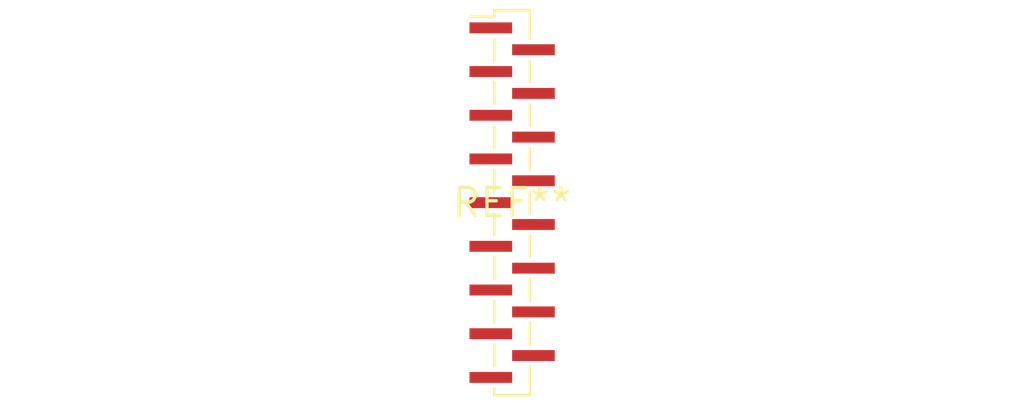
<source format=kicad_pcb>
(kicad_pcb (version 20240108) (generator pcbnew)
  (layers (0 "F.Cu" signal) (31 "B.Cu" signal) (34 "B.Paste" user) (35 "F.Paste" user) (36 "B.SilkS" user "B.Silkscreen") (37 "F.SilkS" user "F.Silkscreen") (38 "B.Mask" user) (39 "F.Mask" user) (44 "Edge.Cuts" user))
  (net 0 "")
  (footprint "PinSocket_1x17_P1.00mm_Vertical_SMD_Pin1Left" (layer "F.Cu") (at 0 0)
    (property "Reference" "REF**")
    (property "Value" "PinSocket_1x17_P1.00mm_Vertical_SMD_Pin1Left")
    (fp_line (start -1.89 -8.51) (end -0.81 -8.51) (layer "F.SilkS") (stroke (width 0.12)))
    (fp_line (start -0.81 -8.81) (end -0.81 -8.51) (layer "F.SilkS") (stroke (width 0.12)))
    (fp_line (start -0.81 -8.81) (end 0.81 -8.81) (layer "F.SilkS") (stroke (width 0.12)))
    (fp_line (start -0.81 -7.49) (end -0.81 -6.51) (layer "F.SilkS") (stroke (width 0.12)))
    (fp_line (start -0.81 -5.49) (end -0.81 -4.51) (layer "F.SilkS") (stroke (width 0.12)))
    (fp_line (start -0.81 -3.49) (end -0.81 -2.51) (layer "F.SilkS") (stroke (width 0.12)))
    (fp_line (start -0.81 -1.49) (end -0.81 -0.51) (layer "F.SilkS") (stroke (width 0.12)))
    (fp_line (start -0.81 0.51) (end -0.81 1.49) (layer "F.SilkS") (stroke (width 0.12)))
    (fp_line (start -0.81 2.51) (end -0.81 3.49) (layer "F.SilkS") (stroke (width 0.12)))
    (fp_line (start -0.81 4.51) (end -0.81 5.49) (layer "F.SilkS") (stroke (width 0.12)))
    (fp_line (start -0.81 6.51) (end -0.81 7.49) (layer "F.SilkS") (stroke (width 0.12)))
    (fp_line (start -0.81 8.51) (end -0.81 8.81) (layer "F.SilkS") (stroke (width 0.12)))
    (fp_line (start -0.81 8.81) (end 0.81 8.81) (layer "F.SilkS") (stroke (width 0.12)))
    (fp_line (start 0.81 -8.81) (end 0.81 -7.51) (layer "F.SilkS") (stroke (width 0.12)))
    (fp_line (start 0.81 -6.49) (end 0.81 -5.51) (layer "F.SilkS") (stroke (width 0.12)))
    (fp_line (start 0.81 -4.49) (end 0.81 -3.51) (layer "F.SilkS") (stroke (width 0.12)))
    (fp_line (start 0.81 -2.49) (end 0.81 -1.51) (layer "F.SilkS") (stroke (width 0.12)))
    (fp_line (start 0.81 -0.49) (end 0.81 0.49) (layer "F.SilkS") (stroke (width 0.12)))
    (fp_line (start 0.81 1.51) (end 0.81 2.49) (layer "F.SilkS") (stroke (width 0.12)))
    (fp_line (start 0.81 3.51) (end 0.81 4.49) (layer "F.SilkS") (stroke (width 0.12)))
    (fp_line (start 0.81 5.51) (end 0.81 6.49) (layer "F.SilkS") (stroke (width 0.12)))
    (fp_line (start 0.81 7.51) (end 0.81 8.81) (layer "F.SilkS") (stroke (width 0.12)))
    (pad "1" smd rect (at -0.975 -8) (size 1.95 0.5) (layers "F.Cu" "F.Paste" "F.Mask"))
    (pad "2" smd rect (at 0.975 -7) (size 1.95 0.5) (layers "F.Cu" "F.Paste" "F.Mask"))
    (pad "3" smd rect (at -0.975 -6) (size 1.95 0.5) (layers "F.Cu" "F.Paste" "F.Mask"))
    (pad "4" smd rect (at 0.975 -5) (size 1.95 0.5) (layers "F.Cu" "F.Paste" "F.Mask"))
    (pad "5" smd rect (at -0.975 -4) (size 1.95 0.5) (layers "F.Cu" "F.Paste" "F.Mask"))
    (pad "6" smd rect (at 0.975 -3) (size 1.95 0.5) (layers "F.Cu" "F.Paste" "F.Mask"))
    (pad "7" smd rect (at -0.975 -2) (size 1.95 0.5) (layers "F.Cu" "F.Paste" "F.Mask"))
    (pad "8" smd rect (at 0.975 -1) (size 1.95 0.5) (layers "F.Cu" "F.Paste" "F.Mask"))
    (pad "9" smd rect (at -0.975 0) (size 1.95 0.5) (layers "F.Cu" "F.Paste" "F.Mask"))
    (pad "10" smd rect (at 0.975 1) (size 1.95 0.5) (layers "F.Cu" "F.Paste" "F.Mask"))
    (pad "11" smd rect (at -0.975 2) (size 1.95 0.5) (layers "F.Cu" "F.Paste" "F.Mask"))
    (pad "12" smd rect (at 0.975 3) (size 1.95 0.5) (layers "F.Cu" "F.Paste" "F.Mask"))
    (pad "13" smd rect (at -0.975 4) (size 1.95 0.5) (layers "F.Cu" "F.Paste" "F.Mask"))
    (pad "14" smd rect (at 0.975 5) (size 1.95 0.5) (layers "F.Cu" "F.Paste" "F.Mask"))
    (pad "15" smd rect (at -0.975 6) (size 1.95 0.5) (layers "F.Cu" "F.Paste" "F.Mask"))
    (pad "16" smd rect (at 0.975 7) (size 1.95 0.5) (layers "F.Cu" "F.Paste" "F.Mask"))
    (pad "17" smd rect (at -0.975 8) (size 1.95 0.5) (layers "F.Cu" "F.Paste" "F.Mask"))
  )
)
</source>
